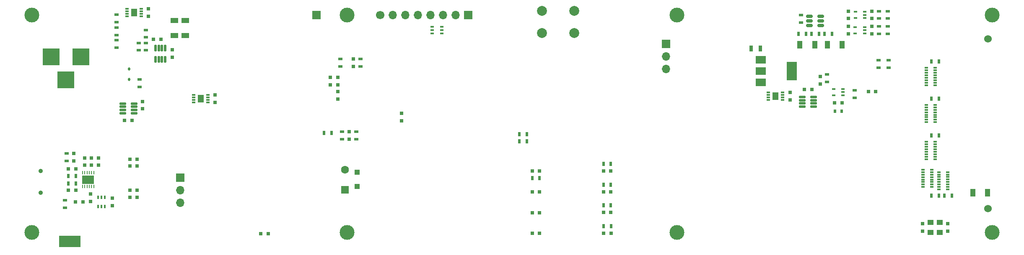
<source format=gbr>
%TF.GenerationSoftware,KiCad,Pcbnew,7.0.1*%
%TF.CreationDate,2023-08-11T20:35:27-05:00*%
%TF.ProjectId,Nixie_Clock_Core,4e697869-655f-4436-9c6f-636b5f436f72,B*%
%TF.SameCoordinates,Original*%
%TF.FileFunction,Soldermask,Bot*%
%TF.FilePolarity,Negative*%
%FSLAX46Y46*%
G04 Gerber Fmt 4.6, Leading zero omitted, Abs format (unit mm)*
G04 Created by KiCad (PCBNEW 7.0.1) date 2023-08-11 20:35:27*
%MOMM*%
%LPD*%
G01*
G04 APERTURE LIST*
G04 Aperture macros list*
%AMRoundRect*
0 Rectangle with rounded corners*
0 $1 Rounding radius*
0 $2 $3 $4 $5 $6 $7 $8 $9 X,Y pos of 4 corners*
0 Add a 4 corners polygon primitive as box body*
4,1,4,$2,$3,$4,$5,$6,$7,$8,$9,$2,$3,0*
0 Add four circle primitives for the rounded corners*
1,1,$1+$1,$2,$3*
1,1,$1+$1,$4,$5*
1,1,$1+$1,$6,$7*
1,1,$1+$1,$8,$9*
0 Add four rect primitives between the rounded corners*
20,1,$1+$1,$2,$3,$4,$5,0*
20,1,$1+$1,$4,$5,$6,$7,0*
20,1,$1+$1,$6,$7,$8,$9,0*
20,1,$1+$1,$8,$9,$2,$3,0*%
G04 Aperture macros list end*
%ADD10C,0.900000*%
%ADD11R,1.700000X1.700000*%
%ADD12O,1.700000X1.700000*%
%ADD13C,3.000000*%
%ADD14C,1.700000*%
%ADD15C,2.000000*%
%ADD16R,3.500000X3.500000*%
%ADD17R,1.600000X1.600000*%
%ADD18C,1.600000*%
%ADD19C,1.524000*%
%ADD20R,0.500000X0.900000*%
%ADD21R,0.900000X0.500000*%
%ADD22R,0.750000X0.800000*%
%ADD23R,0.800000X0.750000*%
%ADD24R,1.000000X1.600000*%
%ADD25R,0.400000X0.650000*%
%ADD26RoundRect,0.125000X0.537500X0.125000X-0.537500X0.125000X-0.537500X-0.125000X0.537500X-0.125000X0*%
%ADD27R,0.650000X0.400000*%
%ADD28RoundRect,0.150000X0.512500X0.150000X-0.512500X0.150000X-0.512500X-0.150000X0.512500X-0.150000X0*%
%ADD29RoundRect,0.112500X-0.112500X0.187500X-0.112500X-0.187500X0.112500X-0.187500X0.112500X0.187500X0*%
%ADD30R,0.800000X0.300000*%
%ADD31R,0.250000X0.700000*%
%ADD32R,1.190000X0.830000*%
%ADD33R,0.700000X1.300000*%
%ADD34R,1.600000X1.000000*%
%ADD35R,0.750000X0.300000*%
%ADD36R,1.300000X1.500000*%
%ADD37R,1.100000X1.100000*%
%ADD38R,0.600000X0.700000*%
%ADD39RoundRect,0.125000X-0.125000X0.537500X-0.125000X-0.537500X0.125000X-0.537500X0.125000X0.537500X0*%
%ADD40R,1.250000X1.000000*%
%ADD41R,2.000000X1.500000*%
%ADD42R,2.000000X3.800000*%
G04 APERTURE END LIST*
D10*
%TO.C,J1301*%
X39773200Y-103337000D03*
X39773200Y-107737000D03*
%TD*%
D11*
%TO.C,TP201*%
X95561000Y-71805800D03*
%TD*%
%TO.C,J2102*%
X67984357Y-104724200D03*
D12*
X67984357Y-107264200D03*
X67984357Y-109804200D03*
%TD*%
D13*
%TO.C,H2003*%
X101693266Y-71776800D03*
%TD*%
D11*
%TO.C,J801*%
X126202200Y-71812000D03*
D12*
X123662200Y-71812000D03*
X121122200Y-71812000D03*
X118582200Y-71812000D03*
X116042200Y-71812000D03*
X113502200Y-71812000D03*
X110962200Y-71812000D03*
D14*
X108422200Y-71812000D03*
%TD*%
D15*
%TO.C,SW801*%
X147598200Y-75427400D03*
X141098200Y-75427400D03*
X147598200Y-70927400D03*
X141098200Y-70927400D03*
%TD*%
D16*
%TO.C,J201*%
X47904400Y-80238600D03*
X41904400Y-80238600D03*
X44904400Y-84938600D03*
%TD*%
D17*
%TO.C,BZ2101*%
X101244400Y-107145462D03*
D18*
X101244400Y-103145462D03*
%TD*%
D13*
%TO.C,H2005*%
X168359534Y-71764200D03*
%TD*%
%TO.C,H2008*%
X232026600Y-115776800D03*
%TD*%
%TO.C,H2006*%
X168359534Y-115776800D03*
%TD*%
%TO.C,H2004*%
X101693266Y-115776800D03*
%TD*%
%TO.C,H2007*%
X232026200Y-71764200D03*
%TD*%
D19*
%TO.C,J1901*%
X231194201Y-76587002D03*
X231194201Y-110978602D03*
%TD*%
D13*
%TO.C,H2002*%
X38026600Y-71776800D03*
%TD*%
%TO.C,H2001*%
X38026600Y-115776800D03*
%TD*%
D11*
%TO.C,J2101*%
X166141400Y-77597000D03*
D12*
X166141400Y-80137000D03*
X166141400Y-82677000D03*
%TD*%
D20*
%TO.C,R1309*%
X45437600Y-104368600D03*
X46937600Y-104368600D03*
%TD*%
D21*
%TO.C,L1301*%
X45040200Y-101334200D03*
X45040200Y-99834200D03*
%TD*%
D20*
%TO.C,R708*%
X137986200Y-95910400D03*
X136486200Y-95910400D03*
%TD*%
D22*
%TO.C,C302*%
X66409000Y-78828200D03*
X66409000Y-80328200D03*
%TD*%
%TO.C,C705*%
X207712076Y-70993000D03*
X207712076Y-72493000D03*
%TD*%
D21*
%TO.C,R203*%
X55143400Y-76897800D03*
X55143400Y-78397800D03*
%TD*%
D22*
%TO.C,C701*%
X191231400Y-88944800D03*
X191231400Y-87444800D03*
%TD*%
D21*
%TO.C,R2107*%
X100711000Y-96939800D03*
X100711000Y-95439800D03*
%TD*%
D20*
%TO.C,R1701*%
X221247400Y-81163800D03*
X219747400Y-81163800D03*
%TD*%
D21*
%TO.C,R201*%
X55143400Y-74332400D03*
X55143400Y-75832400D03*
%TD*%
D23*
%TO.C,C1303*%
X46855600Y-109601200D03*
X48355600Y-109601200D03*
%TD*%
D21*
%TO.C,R210*%
X61075000Y-74789600D03*
X61075000Y-76289600D03*
%TD*%
D22*
%TO.C,C1305*%
X48727600Y-102197600D03*
X48727600Y-100697600D03*
%TD*%
D24*
%TO.C,C612*%
X196165600Y-77749400D03*
X193165600Y-77749400D03*
%TD*%
D23*
%TO.C,C1604*%
X154989000Y-111770400D03*
X153489000Y-111770400D03*
%TD*%
D25*
%TO.C,U1303*%
X51451400Y-108651200D03*
X52101400Y-108651200D03*
X52751400Y-108651200D03*
X52751400Y-110551200D03*
X52101400Y-110551200D03*
X51451400Y-110551200D03*
%TD*%
D22*
%TO.C,C503*%
X75062990Y-89472200D03*
X75062990Y-87972200D03*
%TD*%
D23*
%TO.C,C1603*%
X154989000Y-107579400D03*
X153489000Y-107579400D03*
%TD*%
D26*
%TO.C,U501*%
X58664600Y-89687000D03*
X58664600Y-90337000D03*
X58664600Y-90987000D03*
X58664600Y-91637000D03*
X56389600Y-91637000D03*
X56389600Y-90987000D03*
X56389600Y-90337000D03*
X56389600Y-89687000D03*
%TD*%
D20*
%TO.C,R707*%
X137986200Y-97383600D03*
X136486200Y-97383600D03*
%TD*%
D22*
%TO.C,C1205*%
X103007200Y-82190200D03*
X103007200Y-80690200D03*
%TD*%
D20*
%TO.C,R608*%
X199632000Y-75550600D03*
X198132000Y-75550600D03*
%TD*%
%TO.C,R1703*%
X221247400Y-96155200D03*
X219747400Y-96155200D03*
%TD*%
D27*
%TO.C,U704*%
X206274476Y-71093000D03*
X206274476Y-71743000D03*
X206274476Y-72393000D03*
X204374476Y-72393000D03*
X204374476Y-71093000D03*
%TD*%
D26*
%TO.C,U703*%
X195961500Y-88362800D03*
X195961500Y-89012800D03*
X195961500Y-89662800D03*
X195961500Y-90312800D03*
X193686500Y-90312800D03*
X193686500Y-89662800D03*
X193686500Y-89012800D03*
X193686500Y-88362800D03*
%TD*%
D28*
%TO.C,U603*%
X197403300Y-72035200D03*
X197403300Y-72985200D03*
X197403300Y-73935200D03*
X195128300Y-73935200D03*
X195128300Y-72985200D03*
X195128300Y-72035200D03*
%TD*%
D21*
%TO.C,R202*%
X55143400Y-71716200D03*
X55143400Y-73216200D03*
%TD*%
D24*
%TO.C,C611*%
X201702800Y-77749400D03*
X198702800Y-77749400D03*
%TD*%
D22*
%TO.C,C709*%
X202987676Y-70993000D03*
X202987676Y-72493000D03*
%TD*%
D23*
%TO.C,C1602*%
X154989000Y-103363000D03*
X153489000Y-103363000D03*
%TD*%
D29*
%TO.C,D401*%
X57706500Y-82709000D03*
X57706500Y-84809000D03*
%TD*%
D22*
%TO.C,C710*%
X202987676Y-74091800D03*
X202987676Y-75591800D03*
%TD*%
%TO.C,C2102*%
X102133400Y-96939800D03*
X102133400Y-95439800D03*
%TD*%
%TO.C,C703*%
X197256400Y-85763800D03*
X197256400Y-84263800D03*
%TD*%
D21*
%TO.C,R615*%
X209042000Y-82461800D03*
X209042000Y-80961800D03*
%TD*%
D30*
%TO.C,RN1802*%
X221218400Y-107083800D03*
X221218400Y-106583800D03*
X221218400Y-106083800D03*
X221218400Y-105583800D03*
X221218400Y-105083800D03*
X221218400Y-104583800D03*
X221218400Y-104083800D03*
X221218400Y-103583800D03*
X223018400Y-103583800D03*
X223018400Y-104083800D03*
X223018400Y-104583800D03*
X223018400Y-105083800D03*
X223018400Y-105583800D03*
X223018400Y-106083800D03*
X223018400Y-106583800D03*
X223018400Y-107083800D03*
%TD*%
%TO.C,RN1702*%
X220514200Y-89977400D03*
X220514200Y-90477400D03*
X220514200Y-90977400D03*
X220514200Y-91477400D03*
X220514200Y-91977400D03*
X220514200Y-92477400D03*
X220514200Y-92977400D03*
X220514200Y-93477400D03*
X218714200Y-93477400D03*
X218714200Y-92977400D03*
X218714200Y-92477400D03*
X218714200Y-91977400D03*
X218714200Y-91477400D03*
X218714200Y-90977400D03*
X218714200Y-90477400D03*
X218714200Y-89977400D03*
%TD*%
D21*
%TO.C,L1302*%
X44710000Y-109308400D03*
X44710000Y-110808400D03*
%TD*%
D20*
%TO.C,R1602*%
X154989000Y-101915200D03*
X153489000Y-101915200D03*
%TD*%
%TO.C,R1802*%
X219742800Y-108381800D03*
X221242800Y-108381800D03*
%TD*%
D31*
%TO.C,U1302*%
X48288400Y-103730600D03*
X48738400Y-103730600D03*
X49188400Y-103730600D03*
X49638400Y-103730600D03*
X50088400Y-103730600D03*
X50538400Y-103730600D03*
X50538400Y-106530600D03*
X50088400Y-106530600D03*
X49638400Y-106530600D03*
X49188400Y-106530600D03*
X48738400Y-106530600D03*
X48288400Y-106530600D03*
D32*
X50008400Y-104715600D03*
X48818400Y-104715600D03*
X50008400Y-105545600D03*
X48818400Y-105545600D03*
%TD*%
D23*
%TO.C,C1312*%
X59328400Y-107289800D03*
X57828400Y-107289800D03*
%TD*%
%TO.C,C1601*%
X155014400Y-115997200D03*
X153514400Y-115997200D03*
%TD*%
D20*
%TO.C,R1308*%
X45437600Y-105867200D03*
X46937600Y-105867200D03*
%TD*%
D33*
%TO.C,R611*%
X185201600Y-78536800D03*
X183301600Y-78536800D03*
%TD*%
D21*
%TO.C,R1201*%
X100391000Y-82190200D03*
X100391000Y-80690200D03*
%TD*%
D23*
%TO.C,C1505*%
X140587200Y-116001800D03*
X139087200Y-116001800D03*
%TD*%
%TO.C,C1309*%
X45427200Y-102920800D03*
X46927200Y-102920800D03*
%TD*%
D21*
%TO.C,R2104*%
X103555800Y-95439800D03*
X103555800Y-96939800D03*
%TD*%
D34*
%TO.C,C205*%
X66802000Y-72896600D03*
X66802000Y-75896600D03*
%TD*%
D27*
%TO.C,D801*%
X120812600Y-74178400D03*
X120812600Y-74828400D03*
X120812600Y-75478400D03*
X118912600Y-75478400D03*
X118912600Y-74828400D03*
X118912600Y-74178400D03*
%TD*%
D35*
%TO.C,U302*%
X57245800Y-72018800D03*
X57245800Y-71518800D03*
X57245800Y-71018800D03*
X57245800Y-70518800D03*
X60145800Y-70518800D03*
X60145800Y-71018800D03*
X60145800Y-71518800D03*
X60145800Y-72018800D03*
D36*
X58695800Y-71268800D03*
%TD*%
D23*
%TO.C,C502*%
X58281000Y-93116400D03*
X56781000Y-93116400D03*
%TD*%
D21*
%TO.C,R706*%
X209143600Y-74091800D03*
X209143600Y-75591800D03*
%TD*%
D23*
%TO.C,C1502*%
X140587200Y-107578700D03*
X139087200Y-107578700D03*
%TD*%
%TO.C,C702*%
X200189400Y-89596200D03*
X201689400Y-89596200D03*
%TD*%
D21*
%TO.C,R701*%
X204216000Y-88507000D03*
X204216000Y-87007000D03*
%TD*%
%TO.C,R705*%
X210947000Y-75591800D03*
X210947000Y-74091800D03*
%TD*%
%TO.C,R704*%
X209159876Y-70993000D03*
X209159876Y-72493000D03*
%TD*%
D23*
%TO.C,C1308*%
X45427200Y-107289600D03*
X46927200Y-107289600D03*
%TD*%
D20*
%TO.C,R1806*%
X222338200Y-108388400D03*
X223838200Y-108388400D03*
%TD*%
D22*
%TO.C,C1307*%
X46513400Y-101334200D03*
X46513400Y-99834200D03*
%TD*%
D20*
%TO.C,R1601*%
X155004200Y-114564400D03*
X153504200Y-114564400D03*
%TD*%
D37*
%TO.C,D2101*%
X103759000Y-106450462D03*
X103759000Y-103650462D03*
%TD*%
D22*
%TO.C,C1202*%
X98348800Y-84416200D03*
X98348800Y-85916200D03*
%TD*%
%TO.C,C706*%
X207695800Y-74091800D03*
X207695800Y-75591800D03*
%TD*%
%TO.C,C1802*%
X217978200Y-114026000D03*
X217978200Y-115526000D03*
%TD*%
D20*
%TO.C,R610*%
X194399600Y-75550600D03*
X192899600Y-75550600D03*
%TD*%
D27*
%TO.C,U701*%
X201889400Y-86726000D03*
X201889400Y-87376000D03*
X201889400Y-88026000D03*
X199989400Y-88026000D03*
X199989400Y-86726000D03*
%TD*%
D24*
%TO.C,C1903*%
X228116000Y-107772200D03*
X231116000Y-107772200D03*
%TD*%
D35*
%TO.C,U502*%
X70717390Y-89472200D03*
X70717390Y-88972200D03*
X70717390Y-88472200D03*
X70717390Y-87972200D03*
X73617390Y-87972200D03*
X73617390Y-88472200D03*
X73617390Y-88972200D03*
X73617390Y-89472200D03*
D36*
X72167390Y-88722200D03*
%TD*%
D23*
%TO.C,C301*%
X62585600Y-76708000D03*
X64085600Y-76708000D03*
%TD*%
D35*
%TO.C,U702*%
X186814800Y-88964200D03*
X186814800Y-88464200D03*
X186814800Y-87964200D03*
X186814800Y-87464200D03*
X189714800Y-87464200D03*
X189714800Y-87964200D03*
X189714800Y-88464200D03*
X189714800Y-88964200D03*
D36*
X188264800Y-88214200D03*
%TD*%
D21*
%TO.C,R703*%
X210963276Y-72493000D03*
X210963276Y-70993000D03*
%TD*%
D22*
%TO.C,C1101*%
X112732600Y-91706400D03*
X112732600Y-93206400D03*
%TD*%
D21*
%TO.C,R702*%
X198678800Y-85332000D03*
X198678800Y-83832000D03*
%TD*%
D20*
%TO.C,R1702*%
X221238800Y-88684800D03*
X219738800Y-88684800D03*
%TD*%
D21*
%TO.C,R211*%
X61075000Y-77431200D03*
X61075000Y-78931200D03*
%TD*%
D23*
%TO.C,C1504*%
X140587200Y-111793250D03*
X139087200Y-111793250D03*
%TD*%
D21*
%TO.C,R617*%
X211124800Y-82449800D03*
X211124800Y-80949800D03*
%TD*%
D23*
%TO.C,C605*%
X207010000Y-87274400D03*
X208510000Y-87274400D03*
%TD*%
D21*
%TO.C,R401*%
X59763900Y-84837800D03*
X59763900Y-86337800D03*
%TD*%
D23*
%TO.C,C1503*%
X85789200Y-116027200D03*
X84289200Y-116027200D03*
%TD*%
D20*
%TO.C,R1605*%
X153489000Y-106131600D03*
X154989000Y-106131600D03*
%TD*%
D22*
%TO.C,C1302*%
X50099200Y-102197600D03*
X50099200Y-100697600D03*
%TD*%
D20*
%TO.C,R1606*%
X154989000Y-110322600D03*
X153489000Y-110322600D03*
%TD*%
D22*
%TO.C,C303*%
X61595000Y-71997000D03*
X61595000Y-70497000D03*
%TD*%
D38*
%TO.C,D701*%
X200239400Y-91236800D03*
X201639400Y-91236800D03*
%TD*%
D34*
%TO.C,C206*%
X69037200Y-72896600D03*
X69037200Y-75896600D03*
%TD*%
D21*
%TO.C,R612*%
X193370200Y-73278000D03*
X193370200Y-71778000D03*
%TD*%
%TO.C,R1203*%
X104455000Y-82190200D03*
X104455000Y-80690200D03*
%TD*%
D39*
%TO.C,U301*%
X63021000Y-78440700D03*
X63671000Y-78440700D03*
X64321000Y-78440700D03*
X64971000Y-78440700D03*
X64971000Y-80715700D03*
X64321000Y-80715700D03*
X63671000Y-80715700D03*
X63021000Y-80715700D03*
%TD*%
D23*
%TO.C,C1313*%
X59328400Y-108686800D03*
X57828400Y-108686800D03*
%TD*%
D40*
%TO.C,C1803*%
X219578400Y-113776000D03*
X219578400Y-115776000D03*
%TD*%
D22*
%TO.C,C1301*%
X49866200Y-108012800D03*
X49866200Y-109512800D03*
%TD*%
D40*
%TO.C,C1805*%
X221407200Y-113776000D03*
X221407200Y-115776000D03*
%TD*%
D22*
%TO.C,C1804*%
X223007400Y-114026000D03*
X223007400Y-115526000D03*
%TD*%
D27*
%TO.C,U705*%
X206258200Y-74191800D03*
X206258200Y-74841800D03*
X206258200Y-75491800D03*
X204358200Y-75491800D03*
X204358200Y-74191800D03*
%TD*%
D22*
%TO.C,C1203*%
X99847400Y-84416200D03*
X99847400Y-85916200D03*
%TD*%
%TO.C,C1204*%
X99847400Y-88798400D03*
X99847400Y-87298400D03*
%TD*%
%TO.C,C1306*%
X54285800Y-110351200D03*
X54285800Y-108851200D03*
%TD*%
D21*
%TO.C,R207*%
X59601800Y-77431200D03*
X59601800Y-78931200D03*
%TD*%
D22*
%TO.C,C1304*%
X51470800Y-102197600D03*
X51470800Y-100697600D03*
%TD*%
D20*
%TO.C,R1501*%
X139087200Y-104817950D03*
X140587200Y-104817950D03*
%TD*%
D41*
%TO.C,Q601*%
X185241800Y-85434200D03*
X185241800Y-83134200D03*
D42*
X191541800Y-83134200D03*
D41*
X185241800Y-80834200D03*
%TD*%
D20*
%TO.C,R609*%
X197015800Y-75550600D03*
X195515800Y-75550600D03*
%TD*%
D23*
%TO.C,C1310*%
X59328400Y-102362200D03*
X57828400Y-102362200D03*
%TD*%
D30*
%TO.C,RN1801*%
X219818000Y-103101200D03*
X219818000Y-103601200D03*
X219818000Y-104101200D03*
X219818000Y-104601200D03*
X219818000Y-105101200D03*
X219818000Y-105601200D03*
X219818000Y-106101200D03*
X219818000Y-106601200D03*
X218018000Y-106601200D03*
X218018000Y-106101200D03*
X218018000Y-105601200D03*
X218018000Y-105101200D03*
X218018000Y-104601200D03*
X218018000Y-104101200D03*
X218018000Y-103601200D03*
X218018000Y-103101200D03*
%TD*%
D22*
%TO.C,C501*%
X60375800Y-89267600D03*
X60375800Y-90767600D03*
%TD*%
D20*
%TO.C,R2111*%
X97086200Y-95619723D03*
X98586200Y-95619723D03*
%TD*%
D30*
%TO.C,RN1703*%
X220483000Y-97453200D03*
X220483000Y-97953200D03*
X220483000Y-98453200D03*
X220483000Y-98953200D03*
X220483000Y-99453200D03*
X220483000Y-99953200D03*
X220483000Y-100453200D03*
X220483000Y-100953200D03*
X218683000Y-100953200D03*
X218683000Y-100453200D03*
X218683000Y-99953200D03*
X218683000Y-99453200D03*
X218683000Y-98953200D03*
X218683000Y-98453200D03*
X218683000Y-97953200D03*
X218683000Y-97453200D03*
%TD*%
D23*
%TO.C,C704*%
X194074000Y-86874000D03*
X195574000Y-86874000D03*
%TD*%
D30*
%TO.C,RN1701*%
X220519400Y-82473800D03*
X220519400Y-82973800D03*
X220519400Y-83473800D03*
X220519400Y-83973800D03*
X220519400Y-84473800D03*
X220519400Y-84973800D03*
X220519400Y-85473800D03*
X220519400Y-85973800D03*
X218719400Y-85973800D03*
X218719400Y-85473800D03*
X218719400Y-84973800D03*
X218719400Y-84473800D03*
X218719400Y-83973800D03*
X218719400Y-83473800D03*
X218719400Y-82973800D03*
X218719400Y-82473800D03*
%TD*%
D23*
%TO.C,C1311*%
X59328400Y-100965200D03*
X57828400Y-100965200D03*
%TD*%
%TO.C,C1501*%
X140587200Y-103370150D03*
X139087200Y-103370150D03*
%TD*%
G36*
X47786200Y-116475613D02*
G01*
X47831587Y-116521000D01*
X47848200Y-116583000D01*
X47848200Y-118646400D01*
X47831587Y-118708400D01*
X47786200Y-118753787D01*
X47724200Y-118770400D01*
X43628800Y-118770400D01*
X43566800Y-118753787D01*
X43521413Y-118708400D01*
X43504800Y-118646400D01*
X43504800Y-116583000D01*
X43521413Y-116521000D01*
X43566800Y-116475613D01*
X43628800Y-116459000D01*
X47724200Y-116459000D01*
X47786200Y-116475613D01*
G37*
M02*

</source>
